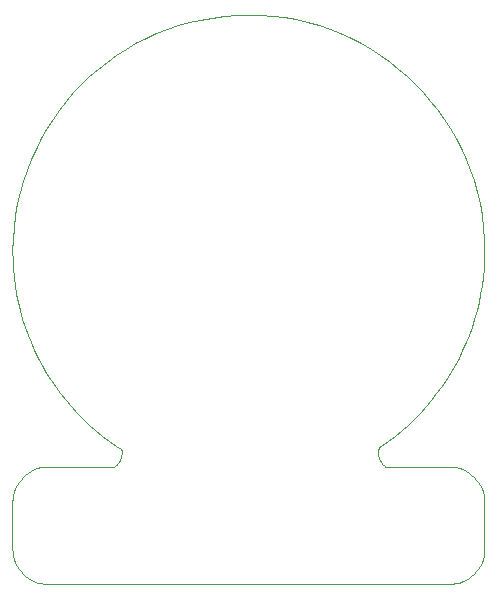
<source format=gbr>
%TF.GenerationSoftware,KiCad,Pcbnew,5.1.6*%
%TF.CreationDate,2020-09-20T17:35:54+02:00*%
%TF.ProjectId,ICanSolder,4943616e-536f-46c6-9465-722e6b696361,rev?*%
%TF.SameCoordinates,Original*%
%TF.FileFunction,Profile,NP*%
%FSLAX46Y46*%
G04 Gerber Fmt 4.6, Leading zero omitted, Abs format (unit mm)*
G04 Created by KiCad (PCBNEW 5.1.6) date 2020-09-20 17:35:54*
%MOMM*%
%LPD*%
G01*
G04 APERTURE LIST*
%TA.AperFunction,Profile*%
%ADD10C,0.100000*%
%TD*%
G04 APERTURE END LIST*
D10*
%TO.C,Ref\u002A\u002A*%
X180899968Y-95500000D02*
X180899968Y-95500000D01*
X180899968Y-95500000D02*
X180899968Y-95500000D01*
X180962489Y-95500000D02*
X180899968Y-95500000D01*
X181990315Y-95525838D02*
X180962489Y-95500000D01*
X183005255Y-95603353D02*
X181990315Y-95525838D01*
X184005114Y-95730477D02*
X183005255Y-95603353D01*
X184989098Y-95906177D02*
X184005114Y-95730477D01*
X185955355Y-96128901D02*
X184989098Y-95906177D01*
X186903092Y-96398135D02*
X185955355Y-96128901D01*
X187831778Y-96712327D02*
X186903092Y-96398135D01*
X188739298Y-97069927D02*
X187831778Y-96712327D01*
X189624063Y-97470421D02*
X188739298Y-97069927D01*
X190485546Y-97911219D02*
X189624063Y-97470421D01*
X191322157Y-98392316D02*
X190485546Y-97911219D01*
X192132839Y-98912195D02*
X191322157Y-98392316D01*
X192915740Y-99469274D02*
X192132839Y-98912195D01*
X193670860Y-100061993D02*
X192915740Y-99469274D01*
X194395818Y-100690378D02*
X193670860Y-100061993D01*
X195089290Y-101351835D02*
X194395818Y-100690378D01*
X195750747Y-102045334D02*
X195089290Y-101351835D01*
X196378603Y-102770344D02*
X195750747Y-102045334D01*
X196971798Y-103525332D02*
X196378603Y-102770344D01*
X197529010Y-104308233D02*
X196971798Y-103525332D01*
X198048651Y-105119047D02*
X197529010Y-104308233D01*
X198529927Y-105955685D02*
X198048651Y-105119047D01*
X198971251Y-106817114D02*
X198529927Y-105955685D01*
X199371036Y-107702330D02*
X198971251Y-106817114D01*
X199728753Y-108609267D02*
X199371036Y-107702330D01*
X200043077Y-109537372D02*
X199728753Y-108609267D01*
X200312158Y-110485637D02*
X200043077Y-109537372D01*
X200534937Y-111452503D02*
X200312158Y-110485637D01*
X200710620Y-112435905D02*
X200534937Y-111452503D01*
X200837620Y-113435843D02*
X200710620Y-112435905D01*
X200915143Y-114450228D02*
X200837620Y-113435843D01*
X200941072Y-115478609D02*
X200915143Y-114450228D01*
X200927578Y-116219124D02*
X200941072Y-115478609D01*
X200886832Y-116954983D02*
X200927578Y-116219124D01*
X200819099Y-117685179D02*
X200886832Y-116954983D01*
X200725701Y-118408654D02*
X200819099Y-117685179D01*
X200606110Y-119125913D02*
X200725701Y-118408654D01*
X200461118Y-119835947D02*
X200606110Y-119125913D01*
X200290991Y-120537727D02*
X200461118Y-119835947D01*
X200096258Y-121230697D02*
X200290991Y-120537727D01*
X199876655Y-121914882D02*
X200096258Y-121230697D01*
X199633767Y-122589860D02*
X199876655Y-121914882D01*
X199366538Y-123253698D02*
X199633767Y-122589860D01*
X199076556Y-123906954D02*
X199366538Y-123253698D01*
X198764083Y-124548832D02*
X199076556Y-123906954D01*
X198428592Y-125178275D02*
X198764083Y-124548832D01*
X198071405Y-125795283D02*
X198428592Y-125178275D01*
X197692786Y-126398796D02*
X198071405Y-125795283D01*
X197292208Y-126988552D02*
X197692786Y-126398796D01*
X196871521Y-127564285D02*
X197292208Y-126988552D01*
X196430196Y-128124407D02*
X196871521Y-127564285D01*
X195968234Y-128668919D02*
X196430196Y-128124407D01*
X195487223Y-129197026D02*
X195968234Y-128668919D01*
X194986367Y-129708730D02*
X195487223Y-129197026D01*
X194466990Y-130202706D02*
X194986367Y-129708730D01*
X193929093Y-130679220D02*
X194466990Y-130202706D01*
X193372675Y-131136420D02*
X193929093Y-130679220D01*
X192799059Y-131574834D02*
X193372675Y-131136420D01*
X192207187Y-131993404D02*
X192799059Y-131574834D01*
X192018539Y-132116964D02*
X192207187Y-131993404D01*
X191990229Y-132223591D02*
X192018539Y-132116964D01*
X191969327Y-132333129D02*
X191990229Y-132223591D01*
X191956892Y-132445576D02*
X191969327Y-132333129D01*
X191952394Y-132560141D02*
X191956892Y-132445576D01*
X191955304Y-132652745D02*
X191952394Y-132560141D01*
X191963506Y-132743761D02*
X191955304Y-132652745D01*
X191977264Y-132832926D02*
X191963506Y-132743761D01*
X191995785Y-132920503D02*
X191977264Y-132832926D01*
X192019598Y-133005699D02*
X191995785Y-132920503D01*
X192048173Y-133089042D02*
X192019598Y-133005699D01*
X192081510Y-133170005D02*
X192048173Y-133089042D01*
X192119081Y-133248321D02*
X192081510Y-133170005D01*
X192161414Y-133323992D02*
X192119081Y-133248321D01*
X192207452Y-133397017D02*
X192161414Y-133323992D01*
X192257722Y-133467131D02*
X192207452Y-133397017D01*
X192311962Y-133534071D02*
X192257722Y-133467131D01*
X192369906Y-133597835D02*
X192311962Y-133534071D01*
X192431289Y-133658160D02*
X192369906Y-133597835D01*
X192495847Y-133714781D02*
X192431289Y-133658160D01*
X192563845Y-133767962D02*
X192495847Y-133714781D01*
X197934615Y-133767962D02*
X192563845Y-133767962D01*
X198242061Y-133783308D02*
X197934615Y-133767962D01*
X198540775Y-133828816D02*
X198242061Y-133783308D01*
X198828641Y-133902370D02*
X198540775Y-133828816D01*
X199104601Y-134002912D02*
X198828641Y-133902370D01*
X199367068Y-134129118D02*
X199104601Y-134002912D01*
X199614453Y-134278872D02*
X199367068Y-134129118D01*
X199845169Y-134451645D02*
X199614453Y-134278872D01*
X200057894Y-134644790D02*
X199845169Y-134451645D01*
X200251304Y-134857780D02*
X200057894Y-134644790D01*
X200423812Y-135088231D02*
X200251304Y-134857780D01*
X200573566Y-135335881D02*
X200423812Y-135088231D01*
X200699772Y-135598347D02*
X200573566Y-135335881D01*
X200800578Y-135874307D02*
X200699772Y-135598347D01*
X200873868Y-136162174D02*
X200800578Y-135874307D01*
X200919376Y-136460623D02*
X200873868Y-136162174D01*
X200934987Y-136768333D02*
X200919376Y-136460623D01*
X200934987Y-140712737D02*
X200934987Y-136768333D01*
X200919376Y-141020182D02*
X200934987Y-140712737D01*
X200873868Y-141318896D02*
X200919376Y-141020182D01*
X200800578Y-141606763D02*
X200873868Y-141318896D01*
X200699772Y-141882723D02*
X200800578Y-141606763D01*
X200573566Y-142145189D02*
X200699772Y-141882723D01*
X200423812Y-142392574D02*
X200573566Y-142145189D01*
X200251304Y-142623291D02*
X200423812Y-142392574D01*
X200057894Y-142836015D02*
X200251304Y-142623291D01*
X199845169Y-143029426D02*
X200057894Y-142836015D01*
X199614453Y-143201934D02*
X199845169Y-143029426D01*
X199367068Y-143351688D02*
X199614453Y-143201934D01*
X199104601Y-143477894D02*
X199367068Y-143351688D01*
X198828641Y-143578700D02*
X199104601Y-143477894D01*
X198540775Y-143651989D02*
X198828641Y-143578700D01*
X198242061Y-143697498D02*
X198540775Y-143651989D01*
X197934615Y-143713108D02*
X198242061Y-143697498D01*
X163990416Y-143713108D02*
X197934615Y-143713108D01*
X163682944Y-143697498D02*
X163990416Y-143713108D01*
X163384256Y-143651989D02*
X163682944Y-143697498D01*
X163096416Y-143578700D02*
X163384256Y-143651989D01*
X162820482Y-143477894D02*
X163096416Y-143578700D01*
X162557963Y-143351688D02*
X162820482Y-143477894D01*
X162310419Y-143201934D02*
X162557963Y-143351688D01*
X162079941Y-143029426D02*
X162310419Y-143201934D01*
X161867058Y-142836015D02*
X162079941Y-143029426D01*
X161673780Y-142623291D02*
X161867058Y-142836015D01*
X161501166Y-142392574D02*
X161673780Y-142623291D01*
X161351306Y-142145189D02*
X161501166Y-142392574D01*
X161225232Y-141882723D02*
X161351306Y-142145189D01*
X161124452Y-141606763D02*
X161225232Y-141882723D01*
X161051084Y-141318896D02*
X161124452Y-141606763D01*
X161005602Y-141020182D02*
X161051084Y-141318896D01*
X160990097Y-140712737D02*
X161005602Y-141020182D01*
X160990097Y-136768333D02*
X160990097Y-140712737D01*
X161005602Y-136460623D02*
X160990097Y-136768333D01*
X161051084Y-136162174D02*
X161005602Y-136460623D01*
X161124452Y-135874307D02*
X161051084Y-136162174D01*
X161225232Y-135598347D02*
X161124452Y-135874307D01*
X161351306Y-135335881D02*
X161225232Y-135598347D01*
X161501166Y-135088231D02*
X161351306Y-135335881D01*
X161673780Y-134857780D02*
X161501166Y-135088231D01*
X161867058Y-134644790D02*
X161673780Y-134857780D01*
X162079941Y-134451645D02*
X161867058Y-134644790D01*
X162310419Y-134278872D02*
X162079941Y-134451645D01*
X162557963Y-134129118D02*
X162310419Y-134278872D01*
X162820482Y-134002912D02*
X162557963Y-134129118D01*
X163096416Y-133902370D02*
X162820482Y-134002912D01*
X163384256Y-133828816D02*
X163096416Y-133902370D01*
X163682944Y-133783308D02*
X163384256Y-133828816D01*
X163990416Y-133767962D02*
X163682944Y-133783308D01*
X169617990Y-133767962D02*
X163990416Y-133767962D01*
X169685909Y-133714781D02*
X169617990Y-133767962D01*
X169750652Y-133658160D02*
X169685909Y-133714781D01*
X169812009Y-133597835D02*
X169750652Y-133658160D01*
X169869847Y-133534071D02*
X169812009Y-133597835D01*
X169923980Y-133467131D02*
X169869847Y-133534071D01*
X169974278Y-133397017D02*
X169923980Y-133467131D01*
X170020527Y-133323992D02*
X169974278Y-133397017D01*
X170062622Y-133248321D02*
X170020527Y-133323992D01*
X170100378Y-133170005D02*
X170062622Y-133248321D01*
X170133609Y-133089042D02*
X170100378Y-133170005D01*
X170162158Y-133005699D02*
X170133609Y-133089042D01*
X170185918Y-132920503D02*
X170162158Y-133005699D01*
X170204650Y-132832926D02*
X170185918Y-132920503D01*
X170218250Y-132743761D02*
X170204650Y-132832926D01*
X170226531Y-132652745D02*
X170218250Y-132743761D01*
X170229309Y-132560141D02*
X170226531Y-132652745D01*
X170223409Y-132435522D02*
X170229309Y-132560141D01*
X170207613Y-132313814D02*
X170223409Y-132435522D01*
X169717711Y-131993404D02*
X170207613Y-132313814D01*
X169126024Y-131574834D02*
X169717711Y-131993404D01*
X168552409Y-131136420D02*
X169126024Y-131574834D01*
X167995858Y-130679220D02*
X168552409Y-131136420D01*
X167457908Y-130202706D02*
X167995858Y-130679220D01*
X166938558Y-129708730D02*
X167457908Y-130202706D01*
X166437808Y-129197026D02*
X166938558Y-129708730D01*
X165956717Y-128668919D02*
X166437808Y-129197026D01*
X165495231Y-128124407D02*
X165956717Y-128668919D01*
X165053404Y-127564285D02*
X165495231Y-128124407D01*
X164632770Y-126988552D02*
X165053404Y-127564285D01*
X164232271Y-126398796D02*
X164632770Y-126988552D01*
X163853494Y-125795283D02*
X164232271Y-126398796D01*
X163496413Y-125178275D02*
X163853494Y-125795283D01*
X163161027Y-124548832D02*
X163496413Y-125178275D01*
X162848369Y-123906954D02*
X163161027Y-124548832D01*
X162558466Y-123253698D02*
X162848369Y-123906954D01*
X162291316Y-122589860D02*
X162558466Y-123253698D01*
X162048429Y-121914882D02*
X162291316Y-122589860D01*
X161828799Y-121230697D02*
X162048429Y-121914882D01*
X161633986Y-120537727D02*
X161828799Y-121230697D01*
X161463965Y-119835947D02*
X161633986Y-120537727D01*
X161318762Y-119125913D02*
X161463965Y-119835947D01*
X161199382Y-118408654D02*
X161318762Y-119125913D01*
X161105852Y-117685179D02*
X161199382Y-118408654D01*
X161038146Y-116954983D02*
X161105852Y-117685179D01*
X160997320Y-116219124D02*
X161038146Y-116954983D01*
X160983906Y-115478609D02*
X160997320Y-116219124D01*
X161009729Y-114452821D02*
X160983906Y-115478609D01*
X161086723Y-113440474D02*
X161009729Y-114452821D01*
X161213352Y-112442625D02*
X161086723Y-113440474D01*
X161388004Y-111460758D02*
X161213352Y-112442625D01*
X161610227Y-110495956D02*
X161388004Y-111460758D01*
X161878408Y-109549781D02*
X161610227Y-110495956D01*
X162191066Y-108623211D02*
X161878408Y-109549781D01*
X162547618Y-107717332D02*
X162191066Y-108623211D01*
X162946054Y-106833651D02*
X162547618Y-107717332D01*
X163385817Y-105973253D02*
X162946054Y-106833651D01*
X163864844Y-105137647D02*
X163385817Y-105973253D01*
X164382660Y-104328394D02*
X163864844Y-105137647D01*
X164937649Y-103545493D02*
X164382660Y-104328394D01*
X165528304Y-102791537D02*
X164937649Y-103545493D01*
X166154122Y-102067029D02*
X165528304Y-102791537D01*
X166813516Y-101373531D02*
X166154122Y-102067029D01*
X167504924Y-100712603D02*
X166813516Y-101373531D01*
X168227368Y-100084218D02*
X167504924Y-100712603D01*
X168979789Y-99490970D02*
X168227368Y-100084218D01*
X169760098Y-98933890D02*
X168979789Y-99490970D01*
X170568319Y-98413509D02*
X169760098Y-98933890D01*
X171402364Y-97931372D02*
X170568319Y-98413509D01*
X172261227Y-97489540D02*
X171402364Y-97931372D01*
X173143347Y-97088014D02*
X172261227Y-97489540D01*
X174048194Y-96728864D02*
X173143347Y-97088014D01*
X174973732Y-96413121D02*
X174048194Y-96728864D01*
X175919405Y-96141820D02*
X174973732Y-96413121D01*
X176883175Y-95917028D02*
X175919405Y-96141820D01*
X177864487Y-95738745D02*
X176883175Y-95917028D01*
X178861859Y-95609037D02*
X177864487Y-95738745D01*
X179874180Y-95528939D02*
X178861859Y-95609037D01*
X180899968Y-95500000D02*
X179874180Y-95528939D01*
%TD*%
M02*

</source>
